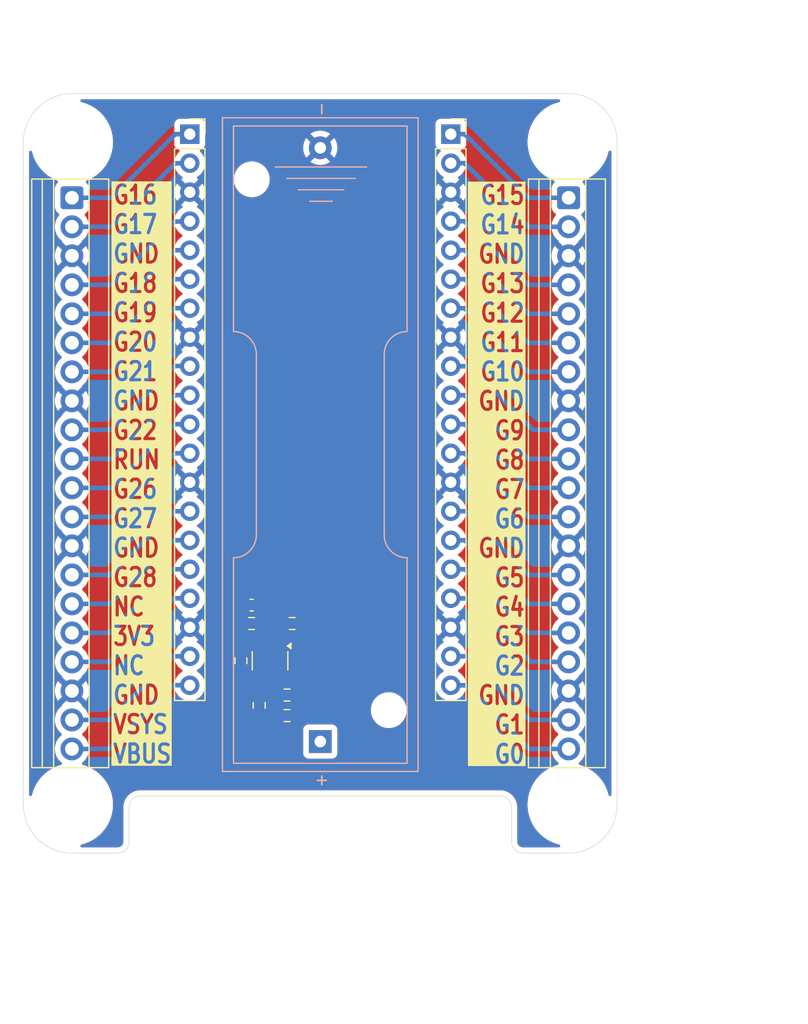
<source format=kicad_pcb>
(kicad_pcb (version 20241229) (generator "pcbnew") (generator_version "9.0")
  (layers (0 "F.Cu" signal) (2 "B.Cu" signal) (13 "F.Paste" user) (15 "B.Paste" user) (5 "F.SilkS" user "F.Silkscreen") (7 "B.SilkS" user "B.Silkscreen") (1 "F.Mask" user) (3 "B.Mask" user) (25 "Edge.Cuts" user))
  (net 0 "")
  (net 1 "/VDD")
  (net 2 "GND")
  (net 3 "Net-(C1-Pad2)")
  (net 4 "/G26")
  (net 5 "/G17")
  (net 6 "/RUN")
  (net 7 "/G20")
  (net 8 "/NC")
  (net 9 "/G16")
  (net 10 "/VBUS")
  (net 11 "/VSYS")
  (net 12 "/G19")
  (net 13 "/G18")
  (net 14 "/G22")
  (net 15 "/G27")
  (net 16 "/G28")
  (net 17 "/3V3")
  (net 18 "/G21")
  (net 19 "/G11")
  (net 20 "/G9")
  (net 21 "/G14")
  (net 22 "/G3")
  (net 23 "/G7")
  (net 24 "/G15")
  (net 25 "/G2")
  (net 26 "/G10")
  (net 27 "/G6")
  (net 28 "/G12")
  (net 29 "/G13")
  (net 30 "/G0")
  (net 31 "/G1")
  (net 32 "/G8")
  (net 33 "/G5")
  (net 34 "/G4")
  (net 35 "Net-(U1-INA)")
  (net 36 "Net-(U1-INB)")
  (net 37 "Net-(U1-OUTA)")
  (net 38 "Net-(Q2-PadD)")
  (footprint "TerminalBlock:TerminalBlock_Xinya_XY308-2.54-20P_1x20_P2.54mm_Horizontal" (layer "F.Cu") (at 122.45 70.57 -90)
    (property "Reference" "J3" (hide yes))
    (property "Value" "Screw_Terminal_01x20" (hide yes))
    (fp_line (start -1.64 3.52) (end 0.3 3.52) (stroke (width 0.12)) (layer "F.SilkS"))
    (fp_line (start 0.3 3.52) (end 49.9 3.52) (stroke (width 0.12)) (layer "F.SilkS"))
    (fp_line (start -1.64 2.6) (end 49.9 2.6) (stroke (width 0.12)) (layer "F.SilkS"))
    (fp_line (start -1.64 1.6) (end 49.9 1.6) (stroke (width 0.12)) (layer "F.SilkS"))
    (fp_line (start -1.64 -1.5) (end 49.9 -1.5) (stroke (width 0.12)) (layer "F.SilkS"))
    (fp_line (start -1.64 -3.22) (end -1.64 3.52) (stroke (width 0.12)) (layer "F.SilkS"))
    (fp_line (start -1.64 -3.22) (end 49.9 -3.22) (stroke (width 0.12)) (layer "F.SilkS"))
    (fp_line (start 49.9 -3.22) (end 49.9 3.52) (stroke (width 0.12)) (layer "F.SilkS"))
    (pad "1" thru_hole roundrect (at 0 0 270) (size 2 2) (drill 1.2) (layers "*.Cu" "*.Mask") (roundrect_rratio 0.125) (net 9 "/G16"))
    (pad "2" thru_hole circle (at 2.54 0 270) (size 2 2) (drill 1.2) (layers "*.Cu" "*.Mask") (net 5 "/G17"))
    (pad "3" thru_hole circle (at 5.08 0 270) (size 2 2) (drill 1.2) (layers "*.Cu" "*.Mask") (net 2 "GND"))
    (pad "4" thru_hole circle (at 7.62 0 270) (size 2 2) (drill 1.2) (layers "*.Cu" "*.Mask") (net 13 "/G18"))
    (pad "5" thru_hole circle (at 10.16 0 270) (size 2 2) (drill 1.2) (layers "*.Cu" "*.Mask") (net 12 "/G19"))
    (pad "6" thru_hole circle (at 12.7 0 270) (size 2 2) (drill 1.2) (layers "*.Cu" "*.Mask") (net 7 "/G20"))
    (pad "7" thru_hole circle (at 15.24 0 270) (size 2 2) (drill 1.2) (layers "*.Cu" "*.Mask") (net 18 "/G21"))
    (pad "8" thru_hole circle (at 17.78 0 270) (size 2 2) (drill 1.2) (layers "*.Cu" "*.Mask") (net 2 "GND"))
    (pad "9" thru_hole circle (at 20.32 0 270) (size 2 2) (drill 1.2) (layers "*.Cu" "*.Mask") (net 14 "/G22"))
    (pad "10" thru_hole circle (at 22.86 0 270) (size 2 2) (drill 1.2) (layers "*.Cu" "*.Mask") (net 6 "/RUN"))
    (pad "11" thru_hole circle (at 25.4 0 270) (size 2 2) (drill 1.2) (layers "*.Cu" "*.Mask") (net 4 "/G26"))
    (pad "12" thru_hole circle (at 27.94 0 270) (size 2 2) (drill 1.2) (layers "*.Cu" "*.Mask") (net 15 "/G27"))
    (pad "13" thru_hole circle (at 30.48 0 270) (size 2 2) (drill 1.2) (layers "*.Cu" "*.Mask") (net 2 "GND"))
    (pad "14" thru_hole circle (at 33.02 0 270) (size 2 2) (drill 1.2) (layers "*.Cu" "*.Mask") (net 16 "/G28"))
    (pad "15" thru_hole circle (at 35.56 0 270) (size 2 2) (drill 1.2) (layers "*.Cu" "*.Mask") (net 8 "/NC"))
    (pad "16" thru_hole circle (at 38.1 0 270) (size 2 2) (drill 1.2) (layers "*.Cu" "*.Mask") (net 17 "/3V3"))
    (pad "17" thru_hole circle (at 40.64 0 270) (size 2 2) (drill 1.2) (layers "*.Cu" "*.Mask") (net 8 "/NC"))
    (pad "18" thru_hole circle (at 43.18 0 270) (size 2 2) (drill 1.2) (layers "*.Cu" "*.Mask") (net 2 "GND"))
    (pad "19" thru_hole circle (at 45.72 0 270) (size 2 2) (drill 1.2) (layers "*.Cu" "*.Mask") (net 11 "/VSYS"))
    (pad "20" thru_hole circle (at 48.26 0 270) (size 2 2) (drill 1.2) (layers "*.Cu" "*.Mask") (net 10 "/VBUS"))
  )
  (footprint "Resistor_SMD:R_0603_1608Metric_Pad0.98x0.95mm_HandSolder" (layer "F.Cu") (at 141.2875 114.1125)
    (property "Reference" "R4" (hide yes))
    (property "Value" "50k" (hide yes))
    (fp_line (start -0.254724 -0.5225) (end 0.254724 -0.5225) (stroke (width 0.12)) (layer "F.SilkS"))
    (fp_line (start -0.254724 0.5225) (end 0.254724 0.5225) (stroke (width 0.12)) (layer "F.SilkS"))
    (pad "1" smd roundrect (at -0.9125 0) (size 0.975 0.95) (layers "F.Cu" "F.Mask" "F.Paste") (net 1 "/VDD"))
    (pad "2" smd roundrect (at 0.9125 0) (size 0.975 0.95) (layers "F.Cu" "F.Mask" "F.Paste") (net 37 "Net-(U1-OUTA)"))
  )
  (footprint "MountingHole:MountingHole_3.2mm_M3" (layer "F.Cu") (at 122.45 65.7)
    (property "Reference" "REF**" (hide yes))
    (property "Value" "MountingHole_3.2mm_M3" (hide yes))
    (pad "" np_thru_hole circle (at 0 0) (size 3.2 3.2) (drill 3.2) (layers "*.Cu" "*.Mask"))
  )
  (footprint "MountingHole:MountingHole_3.2mm_M3" (layer "F.Cu") (at 165.95 65.7)
    (property "Reference" "REF**" (hide yes))
    (property "Value" "MountingHole_3.2mm_M3" (hide yes))
    (pad "" np_thru_hole circle (at 0 0) (size 3.2 3.2) (drill 3.2) (layers "*.Cu" "*.Mask"))
  )
  (footprint "Resistor_SMD:R_0603_1608Metric_Pad0.98x0.95mm_HandSolder" (layer "F.Cu") (at 141.7375 107.85)
    (property "Reference" "R6" (hide yes))
    (property "Value" "50k" (hide yes))
    (fp_line (start -0.254724 -0.5225) (end 0.254724 -0.5225) (stroke (width 0.12)) (layer "F.SilkS"))
    (fp_line (start -0.254724 0.5225) (end 0.254724 0.5225) (stroke (width 0.12)) (layer "F.SilkS"))
    (pad "1" smd roundrect (at -0.9125 0) (size 0.975 0.95) (layers "F.Cu" "F.Mask" "F.Paste") (net 3 "Net-(C1-Pad2)"))
    (pad "2" smd roundrect (at 0.9125 0) (size 0.975 0.95) (layers "F.Cu" "F.Mask" "F.Paste") (net 38 "Net-(Q2-PadD)"))
  )
  (footprint "MountingHole:MountingHole_3.2mm_M3" (layer "F.Cu") (at 165.95 123.7)
    (property "Reference" "REF**" (hide yes))
    (property "Value" "MountingHole_3.2mm_M3" (hide yes))
    (pad "" np_thru_hole circle (at 0 0) (size 3.2 3.2) (drill 3.2) (layers "*.Cu" "*.Mask"))
  )
  (footprint "Resistor_SMD:R_0603_1608Metric_Pad0.98x0.95mm_HandSolder" (layer "F.Cu") (at 138.1875 107.85)
    (property "Reference" "R5" (hide yes))
    (property "Value" "50k" (hide yes))
    (fp_line (start -0.254724 -0.5225) (end 0.254724 -0.5225) (stroke (width 0.12)) (layer "F.SilkS"))
    (fp_line (start -0.254724 0.5225) (end 0.254724 0.5225) (stroke (width 0.12)) (layer "F.SilkS"))
    (pad "1" smd roundrect (at -0.9125 0) (size 0.975 0.95) (layers "F.Cu" "F.Mask" "F.Paste") (net 1 "/VDD"))
    (pad "2" smd roundrect (at 0.9125 0) (size 0.975 0.95) (layers "F.Cu" "F.Mask" "F.Paste") (net 3 "Net-(C1-Pad2)"))
  )
  (footprint "TerminalBlock:TerminalBlock_Xinya_XY308-2.54-20P_1x20_P2.54mm_Horizontal" (layer "F.Cu") (at 165.95 70.57 -90)
    (property "Reference" "J4" (hide yes))
    (property "Value" "Screw_Terminal_01x20" (hide yes))
    (fp_line (start -1.64 3.52) (end 0.3 3.52) (stroke (width 0.12)) (layer "F.SilkS"))
    (fp_line (start 0.3 3.52) (end 49.9 3.52) (stroke (width 0.12)) (layer "F.SilkS"))
    (fp_line (start -1.64 2.6) (end 49.9 2.6) (stroke (width 0.12)) (layer "F.SilkS"))
    (fp_line (start -1.64 1.6) (end 49.9 1.6) (stroke (width 0.12)) (layer "F.SilkS"))
    (fp_line (start -1.64 -1.5) (end 49.9 -1.5) (stroke (width 0.12)) (layer "F.SilkS"))
    (fp_line (start -1.64 -3.22) (end -1.64 3.52) (stroke (width 0.12)) (layer "F.SilkS"))
    (fp_line (start -1.64 -3.22) (end 49.9 -3.22) (stroke (width 0.12)) (layer "F.SilkS"))
    (fp_line (start 49.9 -3.22) (end 49.9 3.52) (stroke (width 0.12)) (layer "F.SilkS"))
    (pad "1" thru_hole roundrect (at 0 0 270) (size 2 2) (drill 1.2) (layers "*.Cu" "*.Mask") (roundrect_rratio 0.125) (net 24 "/G15"))
    (pad "2" thru_hole circle (at 2.54 0 270) (size 2 2) (drill 1.2) (layers "*.Cu" "*.Mask") (net 21 "/G14"))
    (pad "3" thru_hole circle (at 5.08 0 270) (size 2 2) (drill 1.2) (layers "*.Cu" "*.Mask") (net 2 "GND"))
    (pad "4" thru_hole circle (at 7.62 0 270) (size 2 2) (drill 1.2) (layers "*.Cu" "*.Mask") (net 29 "/G13"))
    (pad "5" thru_hole circle (at 10.16 0 270) (size 2 2) (drill 1.2) (layers "*.Cu" "*.Mask") (net 28 "/G12"))
    (pad "6" thru_hole circle (at 12.7 0 270) (size 2 2) (drill 1.2) (layers "*.Cu" "*.Mask") (net 19 "/G11"))
    (pad "7" thru_hole circle (at 15.24 0 270) (size 2 2) (drill 1.2) (layers "*.Cu" "*.Mask") (net 26 "/G10"))
    (pad "8" thru_hole circle (at 17.78 0 270) (size 2 2) (drill 1.2) (layers "*.Cu" "*.Mask") (net 2 "GND"))
    (pad "9" thru_hole circle (at 20.32 0 270) (size 2 2) (drill 1.2) (layers "*.Cu" "*.Mask") (net 20 "/G9"))
    (pad "10" thru_hole circle (at 22.86 0 270) (size 2 2) (drill 1.2) (layers "*.Cu" "*.Mask") (net 32 "/G8"))
    (pad "11" thru_hole circle (at 25.4 0 270) (size 2 2) (drill 1.2) (layers "*.Cu" "*.Mask") (net 23 "/G7"))
    (pad "12" thru_hole circle (at 27.94 0 270) (size 2 2) (drill 1.2) (layers "*.Cu" "*.Mask") (net 27 "/G6"))
    (pad "13" thru_hole circle (at 30.48 0 270) (size 2 2) (drill 1.2) (layers "*.Cu" "*.Mask") (net 2 "GND"))
    (pad "14" thru_hole circle (at 33.02 0 270) (size 2 2) (drill 1.2) (layers "*.Cu" "*.Mask") (net 33 "/G5"))
    (pad "15" thru_hole circle (at 35.56 0 270) (size 2 2) (drill 1.2) (layers "*.Cu" "*.Mask") (net 34 "/G4"))
    (pad "16" thru_hole circle (at 38.1 0 270) (size 2 2) (drill 1.2) (layers "*.Cu" "*.Mask") (net 22 "/G3"))
    (pad "17" thru_hole circle (at 40.64 0 270) (size 2 2) (drill 1.2) (layers "*.Cu" "*.Mask") (net 25 "/G2"))
    (pad "18" thru_hole circle (at 43.18 0 270) (size 2 2) (drill 1.2) (layers "*.Cu" "*.Mask") (net 2 "GND"))
    (pad "19" thru_hole circle (at 45.72 0 270) (size 2 2) (drill 1.2) (layers "*.Cu" "*.Mask") (net 31 "/G1"))
    (pad "20" thru_hole circle (at 48.26 0 270) (size 2 2) (drill 1.2) (layers "*.Cu" "*.Mask") (net 30 "/G0"))
  )
  (footprint "Resistor_SMD:R_0603_1608Metric_Pad0.98x0.95mm_HandSolder" (layer "F.Cu") (at 141.2875 115.9125)
    (property "Reference" "R1" (hide yes))
    (property "Value" "2K" (hide yes))
    (fp_line (start -0.254724 -0.5225) (end 0.254724 -0.5225) (stroke (width 0.12)) (layer "F.SilkS"))
    (fp_line (start -0.254724 0.5225) (end 0.254724 0.5225) (stroke (width 0.12)) (layer "F.SilkS"))
    (pad "1" smd roundrect (at -0.9125 0) (size 0.975 0.95) (layers "F.Cu" "F.Mask" "F.Paste") (net 1 "/VDD"))
    (pad "2" smd roundrect (at 0.9125 0) (size 0.975 0.95) (layers "F.Cu" "F.Mask" "F.Paste") (net 35 "Net-(U1-INA)"))
  )
  (footprint "Resistor_SMD:R_0603_1608Metric_Pad0.98x0.95mm_HandSolder" (layer "F.Cu") (at 137.25 111.1125 -90)
    (property "Reference" "R2" (hide yes))
    (property "Value" "100" (hide yes))
    (fp_line (start -0.254724 0.5225) (end 0.254724 0.5225) (stroke (width 0.12)) (layer "F.SilkS"))
    (fp_line (start -0.254724 -0.5225) (end 0.254724 -0.5225) (stroke (width 0.12)) (layer "F.SilkS"))
    (pad "1" smd roundrect (at -0.9125 0 270) (size 0.975 0.95) (layers "F.Cu" "F.Mask" "F.Paste") (net 35 "Net-(U1-INA)"))
    (pad "2" smd roundrect (at 0.9125 0 270) (size 0.975 0.95) (layers "F.Cu" "F.Mask" "F.Paste") (net 36 "Net-(U1-INB)"))
  )
  (footprint "Connector_PinSocket_2.54mm:PinSocket_1x20_P2.54mm_Vertical" (layer "F.Cu") (at 155.63 65)
    (property "Reference" "J2" (hide yes))
    (property "Value" "Conn_01x20_Socket" (hide yes))
    (fp_line (start -1.33 1.27) (end -1.33 49.59) (stroke (width 0.12)) (layer "F.SilkS"))
    (fp_line (start -1.33 1.27) (end 1.33 1.27) (stroke (width 0.12)) (layer "F.SilkS"))
    (fp_line (start -1.33 49.59) (end 1.33 49.59) (stroke (width 0.12)) (layer "F.SilkS"))
    (fp_line (start 0 -1.33) (end 1.33 -1.33) (stroke (width 0.12)) (layer "F.SilkS"))
    (fp_line (start 1.33 -1.33) (end 1.33 0) (stroke (width 0.12)) (layer "F.SilkS"))
    (fp_line (start 1.33 1.27) (end 1.33 49.59) (stroke (width 0.12)) (layer "F.SilkS"))
    (pad "1" thru_hole rect (at 0 0) (size 1.7 1.7) (drill 1) (layers "*.Cu" "*.Mask") (net 24 "/G15"))
    (pad "2" thru_hole circle (at 0 2.54) (size 1.7 1.7) (drill 1) (layers "*.Cu" "*.Mask") (net 21 "/G14"))
    (pad "3" thru_hole circle (at 0 5.08) (size 1.7 1.7) (drill 1) (layers "*.Cu" "*.Mask") (net 2 "GND"))
    (pad "4" thru_hole circle (at 0 7.62) (size 1.7 1.7) (drill 1) (layers "*.Cu" "*.Mask") (net 29 "/G13"))
    (pad "5" thru_hole circle (at 0 10.16) (size 1.7 1.7) (drill 1) (layers "*.Cu" "*.Mask") (net 28 "/G12"))
    (pad "6" thru_hole circle (at 0 12.7) (size 1.7 1.7) (drill 1) (layers "*.Cu" "*.Mask") (net 19 "/G11"))
    (pad "7" thru_hole circle (at 0 15.24) (size 1.7 1.7) (drill 1) (layers "*.Cu" "*.Mask") (net 26 "/G10"))
    (pad "8" thru_hole circle (at 0 17.78) (size 1.7 1.7) (drill 1) (layers "*.Cu" "*.Mask") (net 2 "GND"))
    (pad "9" thru_hole circle (at 0 20.32) (size 1.7 1.7) (drill 1) (layers "*.Cu" "*.Mask") (net 20 "/G9"))
    (pad "10" thru_hole circle (at 0 22.86) (size 1.7 1.7) (drill 1) (layers "*.Cu" "*.Mask") (net 32 "/G8"))
    (pad "11" thru_hole circle (at 0 25.4) (size 1.7 1.7) (drill 1) (layers "*.Cu" "*.Mask") (net 23 "/G7"))
    (pad "12" thru_hole circle (at 0 27.94) (size 1.7 1.7) (drill 1) (layers "*.Cu" "*.Mask") (net 27 "/G6"))
    (pad "13" thru_hole circle (at 0 30.48) (size 1.7 1.7) (drill 1) (layers "*.Cu" "*.Mask") (net 2 "GND"))
    (pad "14" thru_hole circle (at 0 33.02) (size 1.7 1.7) (drill 1) (layers "*.Cu" "*.Mask") (net 33 "/G5"))
    (pad "15" thru_hole circle (at 0 35.56) (size 1.7 1.7) (drill 1) (layers "*.Cu" "*.Mask") (net 34 "/G4"))
    (pad "16" thru_hole circle (at 0 38.1) (size 1.7 1.7) (drill 1) (layers "*.Cu" "*.Mask") (net 22 "/G3"))
    (pad "17" thru_hole circle (at 0 40.64) (size 1.7 1.7) (drill 1) (layers "*.Cu" "*.Mask") (net 25 "/G2"))
    (pad "18" thru_hole circle (at 0 43.18) (size 1.7 1.7) (drill 1) (layers "*.Cu" "*.Mask") (net 2 "GND"))
    (pad "19" thru_hole circle (at 0 45.72) (size 1.7 1.7) (drill 1) (layers "*.Cu" "*.Mask") (net 31 "/G1"))
    (pad "20" thru_hole circle (at 0 48.26) (size 1.7 1.7) (drill 1) (layers "*.Cu" "*.Mask") (net 30 "/G0"))
  )
  (footprint "Capacitor_SMD:C_0603_1608Metric_Pad1.08x0.95mm_HandSolder" (layer "F.Cu") (at 138.1875 106.24)
    (property "Reference" "C1" (hide yes))
    (property "Value" "C" (hide yes))
    (fp_line (start -0.146267 -0.51) (end 0.146267 -0.51) (stroke (width 0.12)) (layer "F.SilkS"))
    (fp_line (start -0.146267 0.51) (end 0.146267 0.51) (stroke (width 0.12)) (layer "F.SilkS"))
    (pad "1" smd roundrect (at -0.8625 0) (size 1.075 0.95) (layers "F.Cu" "F.Mask" "F.Paste") (net 1 "/VDD"))
    (pad "2" smd roundrect (at 0.8625 0) (size 1.075 0.95) (layers "F.Cu" "F.Mask" "F.Paste") (net 3 "Net-(C1-Pad2)"))
  )
  (footprint "MountingHole:MountingHole_3.2mm_M3" (layer "F.Cu") (at 122.45 123.7)
    (property "Reference" "REF**" (hide yes))
    (property "Value" "MountingHole_3.2mm_M3" (hide yes))
    (pad "" np_thru_hole circle (at 0 0) (size 3.2 3.2) (drill 3.2) (layers "*.Cu" "*.Mask"))
  )
  (footprint "Connector_PinSocket_2.54mm:PinSocket_1x20_P2.54mm_Vertical" (layer "F.Cu") (at 132.77 65)
    (property "Reference" "J1" (hide yes))
    (property "Value" "Conn_01x20_Socket" (hide yes))
    (fp_line (start -1.33 1.27) (end -1.33 49.59) (stroke (width 0.12)) (layer "F.SilkS"))
    (fp_line (start -1.33 1.27) (end 1.33 1.27) (stroke (width 0.12)) (layer "F.SilkS"))
    (fp_line (start -1.33 49.59) (end 1.33 49.59) (stroke (width 0.12)) (layer "F.SilkS"))
    (fp_line (start 0 -1.33) (end 1.33 -1.33) (stroke (width 0.12)) (layer "F.SilkS"))
    (fp_line (start 1.33 -1.33) (end 1.33 0) (stroke (width 0.12)) (layer "F.SilkS"))
    (fp_line (start 1.33 1.27) (end 1.33 49.59) (stroke (width 0.12)) (layer "F.SilkS"))
    (pad "1" thru_hole rect (at 0 0) (size 1.7 1.7) (drill 1) (layers "*.Cu" "*.Mask") (net 9 "/G16"))
    (pad "2" thru_hole circle (at 0 2.54) (size 1.7 1.7) (drill 1) (layers "*.Cu" "*.Mask") (net 5 "/G17"))
    (pad "3" thru_hole circle (at 0 5.08) (size 1.7 1.7) (drill 1) (layers "*.Cu" "*.Mask") (net 2 "GND"))
    (pad "4" thru_hole circle (at 0 7.62) (size 1.7 1.7) (drill 1) (layers "*.Cu" "*.Mask") (net 13 "/G18"))
    (pad "5" thru_hole circle (at 0 10.16) (size 1.7 1.7) (drill 1) (layers "*.Cu" "*.Mask") (net 12 "/G19"))
    (pad "6" thru_hole circle (at 0 12.7) (size 1.7 1.7) (drill 1) (layers "*.Cu" "*.Mask") (net 7 "/G20"))
    (pad "7" thru_hole circle (at 0 15.24) (size 1.7 1.7) (drill 1) (layers "*.Cu" "*.Mask") (net 18 "/G21"))
    (pad "8" thru_hole circle (at 0 17.78) (size 1.7 1.7) (drill 1) (layers "*.Cu" "*.Mask") (net 2 "GND"))
    (pad "9" thru_hole circle (at 0 20.32) (size 1.7 1.7) (drill 1) (layers "*.Cu" "*.Mask") (net 14 "/G22"))
    (pad "10" thru_hole circle (at 0 22.86) (size 1.7 1.7) (drill 1) (layers "*.Cu" "*.Mask") (net 6 "/RUN"))
    (pad "11" thru_hole circle (at 0 25.4) (size 1.7 1.7) (drill 1) (layers "*.Cu" "*.Mask") (net 4 "/G26"))
    (pad "12" thru_hole circle (at 0 27.94) (size 1.7 1.7) (drill 1) (layers "*.Cu" "*.Mask") (net 15 "/G27"))
    (pad "13" thru_hole circle (at 0 30.48) (size 1.7 1.7) (drill 1) (layers "*.Cu" "*.Mask") (net 2 "GND"))
    (pad "14" thru_hole circle (at 0 33.02) (size 1.7 1.7) (drill 1) (layers "*.Cu" "*.Mask") (net 16 "/G28"))
    (pad "15" thru_hole circle (at 0 35.56) (size 1.7 1.7) (drill 1) (layers "*.Cu" "*.Mask") (net 8 "/NC"))
    (pad "16" thru_hole circle (at 0 38.1) (size 1.7 1.7) (drill 1) (layers "*.Cu" "*.Mask") (net 17 "/3V3"))
    (pad "17" thru_hole circle (at 0 40.64) (size 1.7 1.7) (drill 1) (layers "*.Cu" "*.Mask") (net 8 "/NC"))
    (pad "18" thru_hole circle (at 0 43.18) (size 1.7 1.7) (drill 1) (layers "*.Cu" "*.Mask") (net 2 "GND"))
    (pad "19" thru_hole circle (at 0 45.72) (size 1.7 1.7) (drill 1) (layers "*.Cu" "*.Mask") (net 11 "/VSYS"))
    (pad "20" thru_hole circle (at 0 48.26) (size 1.7 1.7) (drill 1) (layers "*.Cu" "*.Mask") (net 10 "/VBUS"))
  )
  (footprint "Resistor_SMD:R_0603_1608Metric_Pad0.98x0.95mm_HandSolder" (layer "F.Cu") (at 138.85 115.0125 -90)
    (property "Reference" "R3" (hide yes))
    (property "Value" "220" (hide yes))
    (fp_line (start -0.254724 0.5225) (end 0.254724 0.5225) (stroke (width 0.12)) (layer "F.SilkS"))
    (fp_line (start -0.254724 -0.5225) (end 0.254724 -0.5225) (stroke (width 0.12)) (layer "F.SilkS"))
    (pad "1" smd roundrect (at -0.9125 0 270) (size 0.975 0.95) (layers "F.Cu" "F.Mask" "F.Paste") (net 36 "Net-(U1-INB)"))
    (pad "2" smd roundrect (at 0.9125 0 270) (size 0.975 0.95) (layers "F.Cu" "F.Mask" "F.Paste") (net 2 "GND"))
  )
  (footprint "Package_TO_SOT_SMD:SOT-23-6" (layer "F.Cu") (at 139.8 111.1125 -90)
    (property "Reference" "U1" (hide yes))
    (property "Value" "TPS3700" (hide yes))
    (fp_line (start 0 1.56) (end -0.8 1.56) (stroke (width 0.12)) (layer "F.SilkS"))
    (fp_line (start 0 1.56) (end 0.8 1.56) (stroke (width 0.12)) (layer "F.SilkS"))
    (fp_line (start 0 -1.56) (end -0.8 -1.56) (stroke (width 0.12)) (layer "F.SilkS"))
    (fp_line (start 0 -1.56) (end 0.8 -1.56) (stroke (width 0.12)) (layer "F.SilkS"))
    (fp_poly (pts (xy -1.3 -1.51) (xy -1.54 -1.84) (xy -1.06 -1.84)) (stroke (width 0.12)) (fill yes) (layer "F.SilkS"))
    (pad "1" smd roundrect (at -1.1375 -0.95 270) (size 1.325 0.6) (layers "F.Cu" "F.Mask" "F.Paste") (net 37 "Net-(U1-OUTA)"))
    (pad "2" smd roundrect (at -1.1375 0 270) (size 1.325 0.6) (layers "F.Cu" "F.Mask" "F.Paste") (net 2 "GND"))
    (pad "3" smd roundrect (at -1.1375 0.95 270) (size 1.325 0.6) (layers "F.Cu" "F.Mask" "F.Paste") (net 35 "Net-(U1-INA)"))
    (pad "4" smd roundrect (at 1.1375 0.95 270) (size 1.325 0.6) (layers "F.Cu" "F.Mask" "F.Paste") (net 36 "Net-(U1-INB)"))
    (pad "5" smd roundrect (at 1.1375 0 270) (size 1.325 0.6) (layers "F.Cu" "F.Mask" "F.Paste") (net 1 "/VDD"))
    (pad "6" smd roundrect (at 1.1375 -0.95 270) (size 1.325 0.6) (layers "F.Cu" "F.Mask" "F.Paste") (net 37 "Net-(U1-OUTA)"))
  )
  (footprint "Battery:BatteryHolder_Keystone_2460_1xAA" (layer "B.Cu") (at 144.2 118.185 90)
    (property "Reference" "BT1" (hide yes))
    (property "Value" "Battery_Cell" (hide yes))
    (fp_line (start 54.62 -8.565) (end -2.62 -8.565) (stroke (width 0.12)) (layer "B.SilkS"))
    (fp_line (start -2.62 -8.565) (end -2.62 8.565) (stroke (width 0.12)) (layer "B.SilkS"))
    (fp_line (start 35.9 -7.6) (end 53.9 -7.6) (stroke (width 0.12)) (layer "B.SilkS"))
    (fp_line (start -1.9 -7.6) (end 16.1 -7.6) (stroke (width 0.12)) (layer "B.SilkS"))
    (fp_line (start 33.9 -5.6) (end 18.1 -5.6) (stroke (width 0.12)) (layer "B.SilkS"))
    (fp_line (start 49.31 -2.94) (end 49.31 3.06) (stroke (width 0.12)) (layer "B.SilkS"))
    (fp_line (start 47.31 1.06) (end 47.31 -0.94) (stroke (width 0.12)) (layer "B.SilkS"))
    (fp_line (start 48.31 2.06) (end 48.31 -1.94) (stroke (width 0.12)) (layer "B.SilkS"))
    (fp_line (start 50.31 4.06) (end 50.31 -3.94) (stroke (width 0.12)) (layer "B.SilkS"))
    (fp_line (start 18.1 5.6) (end 33.9 5.6) (stroke (width 0.12)) (layer "B.SilkS"))
    (fp_line (start 53.9 7.6) (end 53.9 -7.6) (stroke (width 0.12)) (layer "B.SilkS"))
    (fp_line (start 35.9 7.6) (end 53.9 7.6) (stroke (width 0.12)) (layer "B.SilkS"))
    (fp_line (start -1.9 7.6) (end -1.9 -7.6) (stroke (width 0.12)) (layer "B.SilkS"))
    (fp_line (start -1.9 7.6) (end 16.1 7.6) (stroke (width 0.12)) (layer "B.SilkS"))
    (fp_line (start 54.62 8.565) (end 54.62 -8.565) (stroke (width 0.12)) (layer "B.SilkS"))
    (fp_line (start -2.62 8.565) (end 54.62 8.565) (stroke (width 0.12)) (layer "B.SilkS"))
    (fp_arc (start 35.9 -7.6) (mid 35.314214 -6.185786) (end 33.9 -5.6) (stroke (width 0.12)) (layer "B.SilkS"))
    (fp_arc (start 18.1 -5.6) (mid 16.685786 -6.185786) (end 16.1 -7.6) (stroke (width 0.12)) (layer "B.SilkS"))
    (fp_arc (start 33.9 5.6) (mid 35.314214 6.185786) (end 35.9 7.6) (stroke (width 0.12)) (layer "B.SilkS"))
    (fp_arc (start 16.1 7.6) (mid 16.685786 6.185786) (end 18.1 5.6) (stroke (width 0.12)) (layer "B.SilkS"))
    (fp_text user "+" (at -3.4 0.06 90) (layer "B.SilkS") (effects (justify mirror)))
    (fp_text user "-" (at 55.37 0.06 90) (layer "B.SilkS") (effects (justify mirror)))
    (pad "" np_thru_hole circle (at 2.75 5.995) (size 2.64 2.64) (drill 2.64) (layers "*.Cu" "*.Mask"))
    (pad "" np_thru_hole circle (at 49.23 -5.995 90) (size 2.64 2.64) (drill 2.64) (layers "*.Cu" "*.Mask"))
    (pad "1" thru_hole rect (at 0 0 270) (size 2 2) (drill 1.02) (layers "*.Cu" "*.Mask") (net 1 "/VDD"))
    (pad "2" thru_hole circle (at 51.99 0 270) (size 2 2) (drill 1.02) (layers "*.Cu" "*.Mask") (net 2 "GND"))
  )
  (gr_rect (start 157.175 69.2) (end 158.025 120.285) (stroke (width 0.09)) (fill yes) (layer "F.SilkS"))
  (gr_line (start 122.45 61.45) (end 165.95 61.45) (stroke (width 0.05)) (layer "Edge.Cuts"))
  (gr_arc (start 118.2 65.7) (mid 119.444796 62.694796) (end 122.45 61.45) (stroke (width 0.05)) (layer "Edge.Cuts"))
  (gr_line (start 118.2 123.7) (end 118.2 65.7) (stroke (width 0.05)) (layer "Edge.Cuts"))
  (gr_line (start 128.45 122.95) (end 159.95 122.95) (stroke (width 0.05)) (layer "Edge.Cuts"))
  (gr_line (start 122.45 127.95) (end 126.45 127.95) (stroke (width 0.05)) (layer "Edge.Cuts"))
  (gr_arc (start 170.2 123.7) (mid 168.955204 126.705204) (end 165.95 127.95) (stroke (width 0.05)) (layer "Edge.Cuts"))
  (gr_arc (start 161.95 127.95) (mid 161.242893 127.657107) (end 160.95 126.95) (stroke (width 0.05)) (layer "Edge.Cuts"))
  (gr_arc (start 122.45 127.95) (mid 119.444796 126.705204) (end 118.2 123.7) (stroke (width 0.05)) (layer "Edge.Cuts"))
  (gr_line (start 127.45 126.95) (end 127.45 123.95) (stroke (width 0.05)) (layer "Edge.Cuts"))
  (gr_line (start 160.95 123.95) (end 160.95 126.95) (stroke (width 0.05)) (layer "Edge.Cuts"))
  (gr_line (start 170.2 65.7) (end 170.2 123.7) (stroke (width 0.05)) (layer "Edge.Cuts"))
  (gr_arc (start 165.95 61.45) (mid 168.955204 62.694796) (end 170.2 65.7) (stroke (width 0.05)) (layer "Edge.Cuts"))
  (gr_arc (start 127.45 123.95) (mid 127.742893 123.242893) (end 128.45 122.95) (stroke (width 0.05)) (layer "Edge.Cuts"))
  (gr_arc (start 127.45 126.95) (mid 127.157107 127.657107) (end 126.45 127.95) (stroke (width 0.05)) (layer "Edge.Cuts"))
  (gr_arc (start 159.95 122.95) (mid 160.657107 123.242893) (end 160.95 123.95) (stroke (width 0.05)) (layer "Edge.Cuts"))
  (gr_line (start 165.95 127.95) (end 161.95 127.95) (stroke (width 0.05)) (layer "Edge.Cuts"))
  (gr_text "G16\nG17\nGND\nG18\nG19\nG20\nG21\nGND\nG22\nRUN\nG26\nG27\nGND\nG28\nNC\n3V3\nNC\nGND\nVSYS\nVBUS" (at 125.925 120.2 0) (layer "F.SilkS" knockout) (effects (font (size 1.6 1.3) (thickness 0.275) (bold yes)) (justify left bottom)))
  (gr_text "G15\nG14\nGND\nG13\nG12\nG11\nG10\nGND\nG9\nG8\nG7\nG6\nGND\nG5\nG4\nG3\nG2\nGND\nG1\nG0" (at 162.225 120.225 0) (layer "F.SilkS" knockout) (effects (font (size 1.6 1.3) (thickness 0.275) (bold yes)) (justify right bottom)))
  (segment (start 131.45 90.4) (end 132.77 90.4) (width 0.4064) (layer "B.Cu") (net 4))
  (segment (start 125.88 95.97) (end 131.45 90.4) (width 0.4064) (layer "B.Cu") (net 4))
  (segment (start 122.45 95.97) (end 125.88 95.97) (width 0.4064) (layer "B.Cu") (net 4))
  (segment (start 131.5 67.55) (end 132.76 67.55) (width 0.4064) (layer "B.Cu") (net 5))
  (segment (start 122.45 73.11) (end 125.94 73.11) (width 0.4064) (layer "B.Cu") (net 5))
  (segment (start 125.94 73.11) (end 131.5 67.55) (width 0.4064) (layer "B.Cu") (net 5))
  (segment (start 132.76 67.55) (end 132.77 67.54) (width 0.4064) (layer "B.Cu") (net 5))
  (segment (start 125.92 93.43) (end 131.5 87.85) (width 0.4064) (layer "B.Cu") (net 6))
  (segment (start 131.5 87.85) (end 132.76 87.85) (width 0.4064) (layer "B.Cu") (net 6))
  (segment (start 122.45 93.43) (end 125.92 93.43) (width 0.4064) (layer "B.Cu") (net 6))
  (segment (start 132.76 87.85) (end 132.77 87.86) (width 0.4064) (layer "B.Cu") (net 6))
  (segment (start 131.45 77.7) (end 132.77 77.7) (width 0.4064) (layer "B.Cu") (net 7))
  (segment (start 125.88 83.27) (end 131.45 77.7) (width 0.4064) (layer "B.Cu") (net 7))
  (segment (start 122.45 83.27) (end 125.88 83.27) (width 0.4064) (layer "B.Cu") (net 7))
  (segment (start 125.77 106.13) (end 131.34 100.56) (width 0.4064) (layer "B.Cu") (net 8))
  (segment (start 131.36 105.64) (end 132.77 105.64) (width 0.4064) (layer "B.Cu") (net 8))
  (segment (start 122.45 106.13) (end 125.77 106.13) (width 0.4064) (layer "B.Cu") (net 8))
  (segment (start 125.79 111.21) (end 131.36 105.64) (width 0.4064) (layer "B.Cu") (net 8))
  (segment (start 131.34 100.56) (end 132.77 100.56) (width 0.4064) (layer "B.Cu") (net 8))
  (segment (start 122.45 111.21) (end 125.79 111.21) (width 0.4064) (layer "B.Cu") (net 8))
  (segment (start 125.93 70.57) (end 131.5 65) (width 0.4064) (layer "B.Cu") (net 9))
  (segment (start 131.5 65) (end 132.77 65) (width 0.4064) (layer "B.Cu") (net 9))
  (segment (start 122.45 70.57) (end 125.93 70.57) (width 0.4064) (layer "B.Cu") (net 9))
  (segment (start 125.77 118.83) (end 131.35 113.25) (width 0.4064) (layer "B.Cu") (net 10))
  (segment (start 131.35 113.25) (end 132.76 113.25) (width 0.4064) (layer "B.Cu") (net 10))
  (segment (start 122.45 118.83) (end 125.77 118.83) (width 0.4064) (layer "B.Cu") (net 10))
  (segment (start 132.76 113.25) (end 132.77 113.26) (width 0.4064) (layer "B.Cu") (net 10))
  (segment (start 122.45 116.29) (end 125.76 116.29) (width 0.4064) (layer "B.Cu") (net 11))
  (segment (start 125.76 116.29) (end 131.33 110.72) (width 0.4064) (layer "B.Cu") (net 11))
  (segment (start 131.33 110.72) (end 132.77 110.72) (width 0.4064) (layer "B.Cu") (net 11))
  (segment (start 122.45 80.73) (end 125.87 80.73) (width 0.4064) (layer "B.Cu") (net 12))
  (segment (start 125.87 80.73) (end 131.44 75.16) (width 0.4064) (layer "B.Cu") (net 12))
  (segment (start 131.44 75.16) (end 132.77 75.16) (width 0.4064) (layer "B.Cu") (net 12))
  (segment (start 122.45 78.19) (end 125.91 78.19) (width 0.4064) (layer "B.Cu") (net 13))
  (segment (start 131.45 72.65) (end 132.74 72.65) (width 0.4064) (layer "B.Cu") (net 13))
  (segment (start 125.91 78.19) (end 131.45 72.65) (width 0.4064) (layer "B.Cu") (net 13))
  (segment (start 132.74 72.65) (end 132.77 72.62) (width 0.4064) (layer "B.Cu") (net 13))
  (segment (start 132.75 85.3) (end 132.77 85.32) (width 0.4064) (layer "B.Cu") (net 14))
  (segment (start 122.45 90.89) (end 125.86 90.89) (width 0.4064) (layer "B.Cu") (net 14))
  (segment (start 131.45 85.3) (end 132.75 85.3) (width 0.4064) (layer "B.Cu") (net 14))
  (segment (start 125.86 90.89) (end 131.45 85.3) (width 0.4064) (layer "B.Cu") (net 14))
  (segment (start 125.89 98.51) (end 131.46 92.94) (width 0.4064) (layer "B.Cu") (net 15))
  (segment (start 131.46 92.94) (end 132.77 92.94) (width 0.4064) (layer "B.Cu") (net 15))
  (segment (start 122.45 98.51) (end 125.89 98.51) (width 0.4064) (layer "B.Cu") (net 15))
  (segment (start 131.38 98.02) (end 132.77 98.02) (width 0.4064) (layer "B.Cu") (net 16))
  (segment (start 125.81 103.59) (end 131.38 98.02) (width 0.4064) (layer "B.Cu") (net 16))
  (segment (start 122.45 103.59) (end 125.81 103.59) (width 0.4064) (layer "B.Cu") (net 16))
  (segment (start 125.78 108.67) (end 131.35 103.1) (width 0.4064) (layer "B.Cu") (net 17))
  (segment (start 122.45 108.67) (end 125.78 108.67) (width 0.4064) (layer "B.Cu") (net 17))
  (segment (start 131.35 103.1) (end 132.77 103.1) (width 0.4064) (layer "B.Cu") (net 17))
  (segment (start 125.84 85.81) (end 131.41 80.24) (width 0.4064) (layer "B.Cu") (net 18))
  (segment (start 131.41 80.24) (end 132.77 80.24) (width 0.4064) (layer "B.Cu") (net 18))
  (segment (start 122.45 85.81) (end 125.84 85.81) (width 0.4064) (layer "B.Cu") (net 18))
  (segment (start 162.42 83.27) (end 165.95 83.27) (width 0.4064) (layer "B.Cu") (net 19))
  (segment (start 156.85 77.7) (end 162.42 83.27) (width 0.4064) (layer "B.Cu") (net 19))
  (segment (start 155.63 77.7) (end 156.85 77.7) (width 0.4064) (layer "B.Cu") (net 19))
  (segment (start 155.63 85.32) (end 157.27 85.32) (width 0.4064) (layer "B.Cu") (net 20))
  (segment (start 162.84 90.89) (end 165.95 90.89) (width 0.4064) (layer "B.Cu") (net 20))
  (segment (start 157.27 85.32) (end 162.84 90.89) (width 0.4064) (layer "B.Cu") (net 20))
  (segment (start 156.84 67.54) (end 155.63 67.54) (width 0.4064) (layer "B.Cu") (net 21))
  (segment (start 162.41 73.11) (end 156.84 67.54) (width 0.4064) (layer "B.Cu") (net 21))
  (segment (start 165.95 73.11) (end 162.41 73.11) (width 0.4064) (layer "B.Cu") (net 21))
  (segment (start 162.445 108.67) (end 156.875 103.1) (width 0.4064) (layer "B.Cu") (net 22))
  (segment (start 156.875 103.1) (end 155.63 103.1) (width 0.4064) (layer "B.Cu") (net 22))
  (segment (start 165.95 108.67) (end 162.445 108.67) (width 0.4064) (layer "B.Cu") (net 22))
  (segment (start 155.63 90.4) (end 156.85 90.4) (width 0.4064) (layer "B.Cu") (net 23))
  (segment (start 162.42 95.97) (end 165.95 95.97) (width 0.4064) (layer "B.Cu") (net 23))
  (segment (start 156.85 90.4) (end 162.42 95.97) (width 0.4064) (layer "B.Cu") (net 23))
  (segment (start 156.85 65) (end 162.42 70.57) (width 0.4064) (layer "B.Cu") (net 24))
  (segment (start 155.63 65) (end 156.85 65) (width 0.4064) (layer "B.Cu") (net 24))
  (segment (start 162.42 70.57) (end 165.95 70.57) (width 0.4064) (layer "B.Cu") (net 24))
  (segment (start 157.1 105.65) (end 155.64 105.65) (width 0.4064) (layer "B.Cu") (net 25))
  (segment (start 162.66 111.21) (end 157.1 105.65) (width 0.4064) (layer "B.Cu") (net 25))
  (segment (start 165.95 111.21) (end 162.66 111.21) (width 0.4064) (layer "B.Cu") (net 25))
  (segment (start 155.64 105.65) (end 155.63 105.64) (width 0.4064) (layer "B.Cu") (net 25))
  (segment (start 162.41 85.81) (end 165.95 85.81) (width 0.4064) (layer "B.Cu") (net 26))
  (segment (start 155.63 80.24) (end 156.84 80.24) (width 0.4064) (layer "B.Cu") (net 26))
  (segment (start 156.84 80.24) (end 162.41 85.81) (width 0.4064) (layer "B.Cu") (net 26))
  (segment (start 162.41 98.51) (end 165.95 98.51) (width 0.4064) (layer "B.Cu") (net 27))
  (segment (start 156.84 92.94) (end 162.41 98.51) (width 0.4064) (layer "B.Cu") (net 27))
  (segment (start 155.63 92.94) (end 156.84 92.94) (width 0.4064) (layer "B.Cu") (net 27))
  (segment (start 162.43 80.73) (end 165.95 80.73) (width 0.4064) (layer "B.Cu") (net 28))
  (segment (start 155.63 75.16) (end 156.86 75.16) (width 0.4064) (layer "B.Cu") (net 28))
  (segment (start 156.86 75.16) (end 162.43 80.73) (width 0.4064) (layer "B.Cu") (net 28))
  (segment (start 156.82 72.62) (end 155.63 72.62) (width 0.4064) (layer "B.Cu") (net 29))
  (segment (start 165.95 78.19) (end 162.39 78.19) (width 0.4064) (layer "B.Cu") (net 29))
  (segment (start 162.39 78.19) (end 156.82 72.62) (width 0.4064) (layer "B.Cu") (net 29))
  (segment (start 162.53 118.83) (end 156.96 113.26) (width 0.4064) (layer "B.Cu") (net 30))
  (segment (start 165.95 118.83) (end 162.53 118.83) (width 0.4064) (layer "B.Cu") (net 30))
  (segment (start 156.96 113.26) (end 155.63 113.26) (width 0.4064) (layer "B.Cu") (net 30))
  (segment (start 165.95 116.29) (end 162.54 116.29) (width 0.4064) (layer "B.Cu") (net 31))
  (segment (start 156.97 110.72) (end 155.63 110.72) (width 0.4064) (layer "B.Cu") (net 31))
  (segment (start 162.54 116.29) (end 156.97 110.72) (width 0.4064) (layer "B.Cu") (net 31))
  (segment (start 156.86 87.86) (end 162.43 93.43) (width 0.4064) (layer "B.Cu") (net 32))
  (segment (start 162.43 93.43) (end 165.95 93.43) (width 0.4064) (layer "B.Cu") (net 32))
  (segment (start 155.63 87.86) (end 156.86 87.86) (width 0.4064) (layer "B.Cu") (net 32))
  (segment (start 162.5 103.6) (end 156.92 98.02) (width 0.4064) (layer "B.Cu") (net 33))
  (segment (start 165.95 103.59) (end 165.94 103.6) (width 0.4064) (layer "B.Cu") (net 33))
  (segment (start 156.92 98.02) (end 155.63 98.02) (width 0.4064) (layer "B.Cu") (net 33))
  (segment (start 165.94 103.6) (end 162.5 103.6) (width 0.4064) (layer "B.Cu") (net 33))
  (segment (start 156.86 100.56) (end 155.63 100.56) (width 0.4064) (layer "B.Cu") (net 34))
  (segment (start 162.43 106.13) (end 156.86 100.56) (width 0.4064) (layer "B.Cu") (net 34))
  (segment (start 165.95 106.13) (end 162.43 106.13) (width 0.4064) (layer "B.Cu") (net 34))
  (zone (net 2) (net_name "GND") (layers "F.Cu" "B.Cu") (name "GND") (connect_pads (clearance 0.5)) (min_thickness 0.25) (fill yes (thermal_gap 0.5) (thermal_bridge_width 0.5))
    (polygon (pts (xy 116.2 58.7) (xy 172.2 58.7) (xy 172.2 130.7) (xy 116.2 130.7)))
  )
)
</source>
